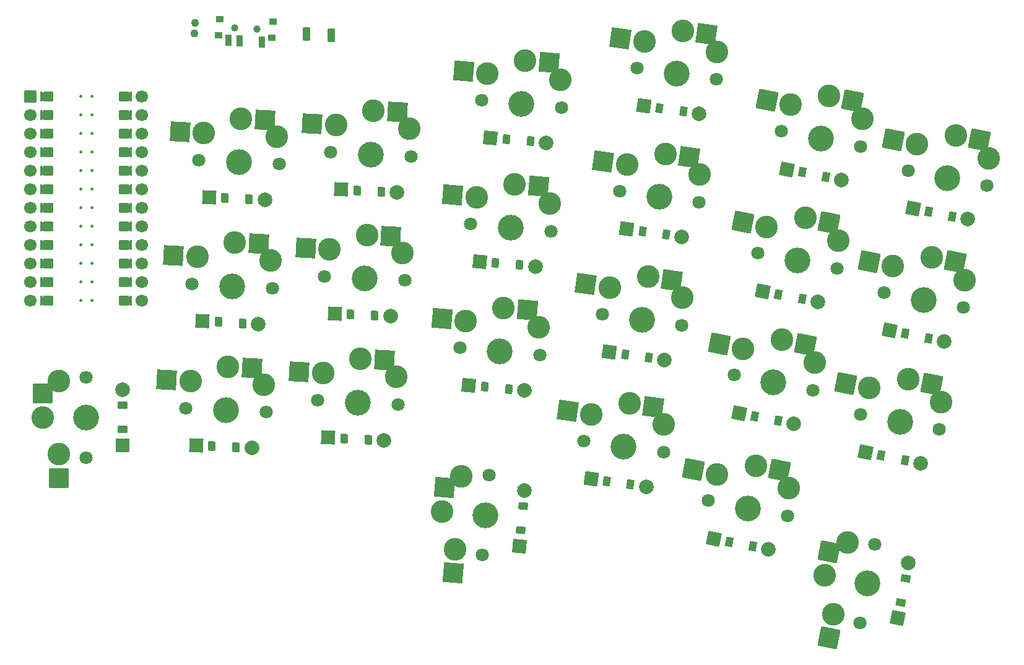
<source format=gbr>
%TF.GenerationSoftware,KiCad,Pcbnew,(6.0.9)*%
%TF.CreationDate,2022-11-07T09:36:57+01:00*%
%TF.ProjectId,itemun,6974656d-756e-42e6-9b69-6361645f7063,v1.0.0*%
%TF.SameCoordinates,Original*%
%TF.FileFunction,Soldermask,Top*%
%TF.FilePolarity,Negative*%
%FSLAX46Y46*%
G04 Gerber Fmt 4.6, Leading zero omitted, Abs format (unit mm)*
G04 Created by KiCad (PCBNEW (6.0.9)) date 2022-11-07 09:36:57*
%MOMM*%
%LPD*%
G01*
G04 APERTURE LIST*
G04 Aperture macros list*
%AMRoundRect*
0 Rectangle with rounded corners*
0 $1 Rounding radius*
0 $2 $3 $4 $5 $6 $7 $8 $9 X,Y pos of 4 corners*
0 Add a 4 corners polygon primitive as box body*
4,1,4,$2,$3,$4,$5,$6,$7,$8,$9,$2,$3,0*
0 Add four circle primitives for the rounded corners*
1,1,$1+$1,$2,$3*
1,1,$1+$1,$4,$5*
1,1,$1+$1,$6,$7*
1,1,$1+$1,$8,$9*
0 Add four rect primitives between the rounded corners*
20,1,$1+$1,$2,$3,$4,$5,0*
20,1,$1+$1,$4,$5,$6,$7,0*
20,1,$1+$1,$6,$7,$8,$9,0*
20,1,$1+$1,$8,$9,$2,$3,0*%
%AMFreePoly0*
4,1,14,0.635355,0.435355,0.650000,0.400000,0.650000,0.200000,0.635355,0.164645,0.035355,-0.435355,0.000000,-0.450000,-0.035355,-0.435355,-0.635355,0.164645,-0.650000,0.200000,-0.650000,0.400000,-0.635355,0.435355,-0.600000,0.450000,0.600000,0.450000,0.635355,0.435355,0.635355,0.435355,$1*%
%AMFreePoly1*
4,1,16,0.635355,1.035355,0.650000,1.000000,0.650000,-0.250000,0.635355,-0.285355,0.600000,-0.300000,-0.600000,-0.300000,-0.635355,-0.285355,-0.650000,-0.250000,-0.650000,1.000000,-0.635355,1.035355,-0.600000,1.050000,-0.564645,1.035355,0.000000,0.470710,0.564645,1.035355,0.600000,1.050000,0.635355,1.035355,0.635355,1.035355,$1*%
G04 Aperture macros list end*
%ADD10C,0.250000*%
%ADD11C,0.100000*%
%ADD12C,1.801800*%
%ADD13C,3.100000*%
%ADD14C,3.529000*%
%ADD15RoundRect,0.050000X-1.366255X-1.230182X1.230182X-1.366255X1.366255X1.230182X-1.230182X1.366255X0*%
%ADD16C,1.100000*%
%ADD17RoundRect,0.050000X-1.524167X-1.028064X1.028064X-1.524167X1.524167X1.028064X-1.028064X1.524167X0*%
%ADD18C,2.005000*%
%ADD19RoundRect,0.050000X0.503112X-0.556218X0.674840X0.327247X-0.503112X0.556218X-0.674840X-0.327247X0*%
%ADD20RoundRect,0.050000X0.703037X-1.042296X1.042296X0.703037X-0.703037X1.042296X-1.042296X-0.703037X0*%
%ADD21RoundRect,0.050000X1.300000X-1.300000X1.300000X1.300000X-1.300000X1.300000X-1.300000X-1.300000X0*%
%ADD22RoundRect,0.050000X-0.556218X-0.503112X0.327247X-0.674840X0.556218X0.503112X-0.327247X0.674840X0*%
%ADD23RoundRect,0.050000X-1.042296X-0.703037X0.703037X-1.042296X1.042296X0.703037X-0.703037X1.042296X0*%
%ADD24RoundRect,0.050000X-1.468274X-1.106423X1.106423X-1.468274X1.468274X1.106423X-1.106423X1.468274X0*%
%ADD25RoundRect,0.050000X-0.480785X-0.575627X0.417982X-0.622729X0.480785X0.575627X-0.417982X0.622729X0*%
%ADD26RoundRect,0.050000X-0.934308X-0.841255X0.841255X-0.934308X0.934308X0.841255X-0.841255X0.934308X0*%
%ADD27RoundRect,0.050000X1.028064X-1.524167X1.524167X1.028064X-1.028064X1.524167X-1.524167X-1.028064X0*%
%ADD28C,1.000000*%
%ADD29RoundRect,0.050000X-0.500000X-0.400000X0.500000X-0.400000X0.500000X0.400000X-0.500000X0.400000X0*%
%ADD30RoundRect,0.050000X-0.350000X-0.750000X0.350000X-0.750000X0.350000X0.750000X-0.350000X0.750000X0*%
%ADD31RoundRect,0.050000X-0.450000X-0.850000X0.450000X-0.850000X0.450000X0.850000X-0.450000X0.850000X0*%
%ADD32RoundRect,0.050000X-1.408356X-1.181751X1.181751X-1.408356X1.408356X1.181751X-1.181751X1.408356X0*%
%ADD33RoundRect,0.050000X-0.500581X-0.558497X0.395994X-0.636937X0.500581X0.558497X-0.395994X0.636937X0*%
%ADD34RoundRect,0.050000X-0.963099X-0.808136X0.808136X-0.963099X0.963099X0.808136X-0.808136X0.963099X0*%
%ADD35RoundRect,0.050000X1.181751X-1.408356X1.408356X1.181751X-1.181751X1.408356X-1.408356X-1.181751X0*%
%ADD36RoundRect,0.050000X-0.529124X-0.531533X0.362117X-0.656789X0.529124X0.531533X-0.362117X0.656789X0*%
%ADD37RoundRect,0.050000X-1.004073X-0.756623X0.756623X-1.004073X1.004073X0.756623X-0.756623X1.004073X0*%
%ADD38RoundRect,0.050000X0.558497X-0.500581X0.636937X0.395994X-0.558497X0.500581X-0.636937X-0.395994X0*%
%ADD39RoundRect,0.050000X0.808136X-0.963099X0.963099X0.808136X-0.808136X0.963099X-0.963099X-0.808136X0*%
%ADD40RoundRect,0.050000X0.600000X-0.450000X0.600000X0.450000X-0.600000X0.450000X-0.600000X-0.450000X0*%
%ADD41RoundRect,0.050000X0.889000X-0.889000X0.889000X0.889000X-0.889000X0.889000X-0.889000X-0.889000X0*%
%ADD42C,1.700000*%
%ADD43FreePoly0,270.000000*%
%ADD44FreePoly0,90.000000*%
%ADD45RoundRect,0.050000X-0.800000X0.800000X-0.800000X-0.800000X0.800000X-0.800000X0.800000X0.800000X0*%
%ADD46FreePoly1,270.000000*%
%ADD47FreePoly1,90.000000*%
G04 APERTURE END LIST*
D10*
%TO.C,MCU1*%
X18818505Y42998803D02*
G75*
G03*
X18818505Y42998803I-125000J0D01*
G01*
X18818505Y40458803D02*
G75*
G03*
X18818505Y40458803I-125000J0D01*
G01*
X18818505Y32838803D02*
G75*
G03*
X18818505Y32838803I-125000J0D01*
G01*
X17294505Y17598803D02*
G75*
G03*
X17294505Y17598803I-125000J0D01*
G01*
X18818505Y25218803D02*
G75*
G03*
X18818505Y25218803I-125000J0D01*
G01*
X17294505Y25218803D02*
G75*
G03*
X17294505Y25218803I-125000J0D01*
G01*
X18818505Y30298803D02*
G75*
G03*
X18818505Y30298803I-125000J0D01*
G01*
X17294505Y40458803D02*
G75*
G03*
X17294505Y40458803I-125000J0D01*
G01*
X18818505Y20138803D02*
G75*
G03*
X18818505Y20138803I-125000J0D01*
G01*
X17294505Y22678803D02*
G75*
G03*
X17294505Y22678803I-125000J0D01*
G01*
X17294505Y32838803D02*
G75*
G03*
X17294505Y32838803I-125000J0D01*
G01*
X17294505Y37918803D02*
G75*
G03*
X17294505Y37918803I-125000J0D01*
G01*
X18818505Y45538803D02*
G75*
G03*
X18818505Y45538803I-125000J0D01*
G01*
X17294505Y35378803D02*
G75*
G03*
X17294505Y35378803I-125000J0D01*
G01*
X17294505Y42998803D02*
G75*
G03*
X17294505Y42998803I-125000J0D01*
G01*
X17294505Y20138803D02*
G75*
G03*
X17294505Y20138803I-125000J0D01*
G01*
X18818505Y37918803D02*
G75*
G03*
X18818505Y37918803I-125000J0D01*
G01*
X17294505Y45538803D02*
G75*
G03*
X17294505Y45538803I-125000J0D01*
G01*
X18818505Y17598803D02*
G75*
G03*
X18818505Y17598803I-125000J0D01*
G01*
X18818505Y27758803D02*
G75*
G03*
X18818505Y27758803I-125000J0D01*
G01*
X18818505Y22678803D02*
G75*
G03*
X18818505Y22678803I-125000J0D01*
G01*
X17294505Y30298803D02*
G75*
G03*
X17294505Y30298803I-125000J0D01*
G01*
X17294505Y27758803D02*
G75*
G03*
X17294505Y27758803I-125000J0D01*
G01*
X18818505Y35378803D02*
G75*
G03*
X18818505Y35378803I-125000J0D01*
G01*
G36*
X12851505Y42490803D02*
G01*
X11835505Y42490803D01*
X11835505Y43506803D01*
X12851505Y43506803D01*
X12851505Y42490803D01*
G37*
D11*
X12851505Y42490803D02*
X11835505Y42490803D01*
X11835505Y43506803D01*
X12851505Y43506803D01*
X12851505Y42490803D01*
G36*
X12851505Y39950803D02*
G01*
X11835505Y39950803D01*
X11835505Y40966803D01*
X12851505Y40966803D01*
X12851505Y39950803D01*
G37*
X12851505Y39950803D02*
X11835505Y39950803D01*
X11835505Y40966803D01*
X12851505Y40966803D01*
X12851505Y39950803D01*
G36*
X12851505Y37410803D02*
G01*
X11835505Y37410803D01*
X11835505Y38426803D01*
X12851505Y38426803D01*
X12851505Y37410803D01*
G37*
X12851505Y37410803D02*
X11835505Y37410803D01*
X11835505Y38426803D01*
X12851505Y38426803D01*
X12851505Y37410803D01*
G36*
X24027505Y32330803D02*
G01*
X23011505Y32330803D01*
X23011505Y33346803D01*
X24027505Y33346803D01*
X24027505Y32330803D01*
G37*
X24027505Y32330803D02*
X23011505Y32330803D01*
X23011505Y33346803D01*
X24027505Y33346803D01*
X24027505Y32330803D01*
G36*
X24027505Y27250803D02*
G01*
X23011505Y27250803D01*
X23011505Y28266803D01*
X24027505Y28266803D01*
X24027505Y27250803D01*
G37*
X24027505Y27250803D02*
X23011505Y27250803D01*
X23011505Y28266803D01*
X24027505Y28266803D01*
X24027505Y27250803D01*
G36*
X12851505Y17090803D02*
G01*
X11835505Y17090803D01*
X11835505Y18106803D01*
X12851505Y18106803D01*
X12851505Y17090803D01*
G37*
X12851505Y17090803D02*
X11835505Y17090803D01*
X11835505Y18106803D01*
X12851505Y18106803D01*
X12851505Y17090803D01*
G36*
X24027505Y37410803D02*
G01*
X23011505Y37410803D01*
X23011505Y38426803D01*
X24027505Y38426803D01*
X24027505Y37410803D01*
G37*
X24027505Y37410803D02*
X23011505Y37410803D01*
X23011505Y38426803D01*
X24027505Y38426803D01*
X24027505Y37410803D01*
G36*
X12851505Y45030803D02*
G01*
X11835505Y45030803D01*
X11835505Y46046803D01*
X12851505Y46046803D01*
X12851505Y45030803D01*
G37*
X12851505Y45030803D02*
X11835505Y45030803D01*
X11835505Y46046803D01*
X12851505Y46046803D01*
X12851505Y45030803D01*
G36*
X12851505Y22170803D02*
G01*
X11835505Y22170803D01*
X11835505Y23186803D01*
X12851505Y23186803D01*
X12851505Y22170803D01*
G37*
X12851505Y22170803D02*
X11835505Y22170803D01*
X11835505Y23186803D01*
X12851505Y23186803D01*
X12851505Y22170803D01*
G36*
X12851505Y19630803D02*
G01*
X11835505Y19630803D01*
X11835505Y20646803D01*
X12851505Y20646803D01*
X12851505Y19630803D01*
G37*
X12851505Y19630803D02*
X11835505Y19630803D01*
X11835505Y20646803D01*
X12851505Y20646803D01*
X12851505Y19630803D01*
G36*
X24027505Y22170803D02*
G01*
X23011505Y22170803D01*
X23011505Y23186803D01*
X24027505Y23186803D01*
X24027505Y22170803D01*
G37*
X24027505Y22170803D02*
X23011505Y22170803D01*
X23011505Y23186803D01*
X24027505Y23186803D01*
X24027505Y22170803D01*
G36*
X12851505Y29790803D02*
G01*
X11835505Y29790803D01*
X11835505Y30806803D01*
X12851505Y30806803D01*
X12851505Y29790803D01*
G37*
X12851505Y29790803D02*
X11835505Y29790803D01*
X11835505Y30806803D01*
X12851505Y30806803D01*
X12851505Y29790803D01*
G36*
X12851505Y34870803D02*
G01*
X11835505Y34870803D01*
X11835505Y35886803D01*
X12851505Y35886803D01*
X12851505Y34870803D01*
G37*
X12851505Y34870803D02*
X11835505Y34870803D01*
X11835505Y35886803D01*
X12851505Y35886803D01*
X12851505Y34870803D01*
G36*
X24027505Y42490803D02*
G01*
X23011505Y42490803D01*
X23011505Y43506803D01*
X24027505Y43506803D01*
X24027505Y42490803D01*
G37*
X24027505Y42490803D02*
X23011505Y42490803D01*
X23011505Y43506803D01*
X24027505Y43506803D01*
X24027505Y42490803D01*
G36*
X12851505Y24710803D02*
G01*
X11835505Y24710803D01*
X11835505Y25726803D01*
X12851505Y25726803D01*
X12851505Y24710803D01*
G37*
X12851505Y24710803D02*
X11835505Y24710803D01*
X11835505Y25726803D01*
X12851505Y25726803D01*
X12851505Y24710803D01*
G36*
X24027505Y29790803D02*
G01*
X23011505Y29790803D01*
X23011505Y30806803D01*
X24027505Y30806803D01*
X24027505Y29790803D01*
G37*
X24027505Y29790803D02*
X23011505Y29790803D01*
X23011505Y30806803D01*
X24027505Y30806803D01*
X24027505Y29790803D01*
G36*
X24027505Y24710803D02*
G01*
X23011505Y24710803D01*
X23011505Y25726803D01*
X24027505Y25726803D01*
X24027505Y24710803D01*
G37*
X24027505Y24710803D02*
X23011505Y24710803D01*
X23011505Y25726803D01*
X24027505Y25726803D01*
X24027505Y24710803D01*
G36*
X24027505Y45030803D02*
G01*
X23011505Y45030803D01*
X23011505Y46046803D01*
X24027505Y46046803D01*
X24027505Y45030803D01*
G37*
X24027505Y45030803D02*
X23011505Y45030803D01*
X23011505Y46046803D01*
X24027505Y46046803D01*
X24027505Y45030803D01*
G36*
X24027505Y34870803D02*
G01*
X23011505Y34870803D01*
X23011505Y35886803D01*
X24027505Y35886803D01*
X24027505Y34870803D01*
G37*
X24027505Y34870803D02*
X23011505Y34870803D01*
X23011505Y35886803D01*
X24027505Y35886803D01*
X24027505Y34870803D01*
G36*
X24027505Y17090803D02*
G01*
X23011505Y17090803D01*
X23011505Y18106803D01*
X24027505Y18106803D01*
X24027505Y17090803D01*
G37*
X24027505Y17090803D02*
X23011505Y17090803D01*
X23011505Y18106803D01*
X24027505Y18106803D01*
X24027505Y17090803D01*
G36*
X12851505Y32330803D02*
G01*
X11835505Y32330803D01*
X11835505Y33346803D01*
X12851505Y33346803D01*
X12851505Y32330803D01*
G37*
X12851505Y32330803D02*
X11835505Y32330803D01*
X11835505Y33346803D01*
X12851505Y33346803D01*
X12851505Y32330803D01*
G36*
X24027505Y39950803D02*
G01*
X23011505Y39950803D01*
X23011505Y40966803D01*
X24027505Y40966803D01*
X24027505Y39950803D01*
G37*
X24027505Y39950803D02*
X23011505Y39950803D01*
X23011505Y40966803D01*
X24027505Y40966803D01*
X24027505Y39950803D01*
G36*
X12851505Y27250803D02*
G01*
X11835505Y27250803D01*
X11835505Y28266803D01*
X12851505Y28266803D01*
X12851505Y27250803D01*
G37*
X12851505Y27250803D02*
X11835505Y27250803D01*
X11835505Y28266803D01*
X12851505Y28266803D01*
X12851505Y27250803D01*
G36*
X24027505Y19630803D02*
G01*
X23011505Y19630803D01*
X23011505Y20646803D01*
X24027505Y20646803D01*
X24027505Y19630803D01*
G37*
X24027505Y19630803D02*
X23011505Y19630803D01*
X23011505Y20646803D01*
X24027505Y20646803D01*
X24027505Y19630803D01*
%TD*%
D12*
%TO.C,S3*%
X43392311Y19260533D03*
X32407387Y19836229D03*
D13*
X38211248Y25490227D03*
X33102961Y23554922D03*
X38211248Y25490227D03*
D14*
X37899849Y19548381D03*
D13*
X43089257Y23031562D03*
D15*
X41481760Y25318826D03*
X29832449Y23726322D03*
%TD*%
D16*
%TO.C,*%
X32701949Y54117795D03*
X32780453Y55615739D03*
%TD*%
D13*
%TO.C,S22*%
X109537104Y-5009540D03*
D12*
X113800740Y-11899671D03*
D14*
X108401790Y-10850222D03*
D12*
X103002840Y-9800773D03*
D13*
X104209188Y-6215075D03*
X114025460Y-8123165D03*
X109537104Y-5009540D03*
D17*
X112751933Y-5634440D03*
X100994359Y-5590176D03*
%TD*%
D13*
%TO.C,S4*%
X39100959Y42466930D03*
X43978968Y40008265D03*
D14*
X38789560Y36525084D03*
D12*
X44282022Y36237236D03*
D13*
X33992672Y40531625D03*
X39100959Y42466930D03*
D12*
X33297098Y36812932D03*
D15*
X42371471Y42295529D03*
X30722160Y40703025D03*
%TD*%
D18*
%TO.C,D23*%
X130370534Y-18370220D03*
D19*
X129328717Y-23729905D03*
D20*
X128916570Y-25850220D03*
D19*
X129958387Y-20490535D03*
%TD*%
D12*
%TO.C,S1*%
X17931505Y7068803D03*
D13*
X11981505Y1568803D03*
D12*
X17931505Y-3931197D03*
D13*
X14181505Y6568803D03*
D14*
X17931505Y1568803D03*
D13*
X11981505Y1568803D03*
X14181505Y-3431197D03*
D21*
X11981505Y4843803D03*
X14181505Y-6706197D03*
%TD*%
D12*
%TO.C,S5*%
X49597679Y3914739D03*
D14*
X55090141Y3626891D03*
D13*
X55401540Y9568737D03*
X55401540Y9568737D03*
X50293253Y7633432D03*
D12*
X60582603Y3339043D03*
D13*
X60279549Y7110072D03*
D15*
X58672052Y9397336D03*
X47022741Y7804832D03*
%TD*%
D18*
%TO.C,D16*%
X121186939Y34097063D03*
D22*
X115827254Y35138880D03*
D23*
X113706939Y35551027D03*
D22*
X119066624Y34509210D03*
%TD*%
D13*
%TO.C,S21*%
X96885243Y614142D03*
X92240084Y3488597D03*
X92240084Y3488597D03*
D14*
X91412004Y-2403498D03*
D12*
X96858478Y-3168950D03*
D13*
X86982563Y2005873D03*
D12*
X85965530Y-1638046D03*
D24*
X95483212Y3032805D03*
X83739435Y2461665D03*
%TD*%
D12*
%TO.C,S18*%
X127045953Y18696151D03*
D14*
X132444903Y17646702D03*
D12*
X137843853Y16597253D03*
D13*
X133580217Y23487384D03*
X133580217Y23487384D03*
X138068573Y20373759D03*
X128252301Y22281849D03*
D17*
X136795046Y22862484D03*
X125037472Y22906748D03*
%TD*%
D25*
%TO.C,D5*%
X53180722Y-1279903D03*
D18*
X58633240Y-1565657D03*
D25*
X56476200Y-1452611D03*
D26*
X51023682Y-1166857D03*
%TD*%
D13*
%TO.C,S23*%
X118894735Y-20020861D03*
D12*
X123685968Y-26555125D03*
D13*
X122008360Y-15532505D03*
X120100270Y-25348777D03*
D14*
X124735417Y-21156175D03*
D12*
X125784866Y-15757225D03*
D13*
X118894735Y-20020861D03*
D27*
X119519635Y-16806032D03*
X119475371Y-28563606D03*
%TD*%
D28*
%TO.C,*%
X41246822Y54751459D03*
D29*
X43451445Y55737429D03*
X36045787Y53912510D03*
X43335783Y53530458D03*
D28*
X38250934Y54908467D03*
X41246822Y54751459D03*
D29*
X36161450Y56119481D03*
D28*
X38250934Y54908467D03*
D30*
X41903683Y52954619D03*
X38907794Y53111627D03*
X37409850Y53190131D03*
%TD*%
D31*
%TO.C,*%
X48020233Y54066027D03*
X51415573Y53888085D03*
%TD*%
D18*
%TO.C,D2*%
X40553237Y-2620868D03*
D25*
X35100719Y-2335114D03*
X38396197Y-2507822D03*
D26*
X32943679Y-2222068D03*
%TD*%
D14*
%TO.C,S12*%
X96299367Y31777311D03*
D13*
X97127447Y37669406D03*
X91869926Y36186682D03*
D12*
X101745841Y31011859D03*
X90852893Y32542763D03*
D13*
X97127447Y37669406D03*
X101772606Y34794951D03*
D24*
X100370575Y37213614D03*
X88626798Y36642474D03*
%TD*%
D12*
%TO.C,S15*%
X109758281Y24093967D03*
X120556181Y21995069D03*
D13*
X110964629Y27679665D03*
X120780901Y25771575D03*
D14*
X115157231Y23044518D03*
D13*
X116292545Y28885200D03*
X116292545Y28885200D03*
D17*
X119507374Y28260300D03*
X107749800Y28304564D03*
%TD*%
D25*
%TO.C,D3*%
X35990430Y14641588D03*
D18*
X41442948Y14355834D03*
D25*
X39285908Y14468880D03*
D26*
X33833390Y14754634D03*
%TD*%
D14*
%TO.C,S10*%
X77446085Y44492164D03*
D12*
X82925156Y44012807D03*
D13*
X77964662Y50419522D03*
X77964662Y50419522D03*
X82753893Y47792115D03*
X72791946Y48663673D03*
D12*
X71967014Y44971521D03*
D32*
X81227199Y50134087D03*
X69529408Y48949108D03*
%TD*%
D25*
%TO.C,D7*%
X54960145Y32673502D03*
D18*
X60412663Y32387748D03*
D26*
X52803105Y32786548D03*
D25*
X58255623Y32500794D03*
%TD*%
D18*
%TO.C,D9*%
X79324161Y22243818D03*
D33*
X73884938Y22719688D03*
X77172380Y22432074D03*
D34*
X71733157Y22907944D03*
%TD*%
D14*
%TO.C,S16*%
X118400984Y39732180D03*
D13*
X114208382Y44367327D03*
X124024654Y42459237D03*
D12*
X113002034Y40781629D03*
X123799934Y38682731D03*
D13*
X119536298Y45572862D03*
X119536298Y45572862D03*
D17*
X122751127Y44947962D03*
X110993553Y44992226D03*
%TD*%
D13*
%TO.C,S6*%
X56291252Y26545439D03*
X51182965Y24610134D03*
X61169261Y24086774D03*
X56291252Y26545439D03*
D12*
X61472315Y20315745D03*
X50487391Y20891441D03*
D14*
X55979853Y20603593D03*
D15*
X59561764Y26374038D03*
X47912453Y24781534D03*
%TD*%
D12*
%TO.C,S7*%
X51377102Y37868143D03*
D13*
X57180963Y43522141D03*
X52072676Y41586836D03*
X62058972Y41063476D03*
X57180963Y43522141D03*
D14*
X56869564Y37580295D03*
D12*
X62362026Y37292447D03*
D15*
X60451475Y43350740D03*
X48802164Y41758236D03*
%TD*%
D25*
%TO.C,D4*%
X36880141Y31618290D03*
D18*
X42332659Y31332536D03*
D25*
X40175619Y31445582D03*
D26*
X34723101Y31731336D03*
%TD*%
D13*
%TO.C,S20*%
X66594428Y-11274260D03*
D12*
X72042429Y-17271908D03*
D14*
X72521786Y-11792837D03*
D12*
X73001143Y-6313766D03*
D13*
X69221835Y-6485029D03*
X68350277Y-16446976D03*
X66594428Y-11274260D03*
D35*
X66879863Y-8011723D03*
X68064842Y-19709514D03*
%TD*%
D18*
%TO.C,D18*%
X135230858Y12011584D03*
D22*
X129871173Y13053401D03*
X133110543Y12423731D03*
D23*
X127750858Y13465548D03*
%TD*%
D14*
%TO.C,S17*%
X129201150Y959040D03*
D12*
X134600100Y-90409D03*
D13*
X130336464Y6799722D03*
X130336464Y6799722D03*
X125008548Y5594187D03*
X134824820Y3686097D03*
D12*
X123802200Y2008489D03*
D17*
X133551293Y6174822D03*
X121793719Y6219086D03*
%TD*%
D36*
%TO.C,D21*%
X89082196Y-7125202D03*
D18*
X94489059Y-7885088D03*
D37*
X86943217Y-6824588D03*
D36*
X92350080Y-7584474D03*
%TD*%
D33*
%TO.C,D8*%
X72403290Y5784378D03*
D18*
X77842513Y5308508D03*
D33*
X75690732Y5496764D03*
D34*
X70251509Y5972634D03*
%TD*%
D18*
%TO.C,D13*%
X101742365Y43130277D03*
D36*
X96335502Y43890163D03*
D37*
X94196523Y44190777D03*
D36*
X99603386Y43430891D03*
%TD*%
D18*
%TO.C,D22*%
X111187745Y-16485340D03*
D22*
X105828060Y-15443523D03*
D23*
X103707745Y-15031376D03*
D22*
X109067430Y-16073193D03*
%TD*%
D18*
%TO.C,D11*%
X97010479Y9461163D03*
D36*
X91603616Y10221049D03*
X94871500Y9761777D03*
D37*
X89464637Y10521663D03*
%TD*%
D18*
%TO.C,D19*%
X138474611Y28699246D03*
D22*
X133114926Y29741063D03*
X136354296Y29111393D03*
D23*
X130994611Y30153210D03*
%TD*%
D38*
%TO.C,D20*%
X77358952Y-13872336D03*
D18*
X77834822Y-8433113D03*
D38*
X77646566Y-10584894D03*
D39*
X77170696Y-16024117D03*
%TD*%
D12*
%TO.C,S19*%
X130289706Y35383813D03*
D14*
X135688656Y34334364D03*
D13*
X136823970Y40175046D03*
X136823970Y40175046D03*
X131496054Y38969511D03*
D12*
X141087606Y33284915D03*
D13*
X141312326Y37061421D03*
D17*
X140038799Y39550146D03*
X128281225Y39594410D03*
%TD*%
D18*
%TO.C,D12*%
X99376422Y26295720D03*
D36*
X93969559Y27055606D03*
D37*
X91830580Y27356220D03*
D36*
X97237443Y26596334D03*
%TD*%
D18*
%TO.C,D1*%
X22931505Y5378803D03*
D40*
X22931505Y-81197D03*
D41*
X22931505Y-2241197D03*
D40*
X22931505Y3218803D03*
%TD*%
D13*
%TO.C,S11*%
X94761504Y20834848D03*
D12*
X99379898Y14177301D03*
D13*
X94761504Y20834848D03*
D14*
X93933424Y14942753D03*
D13*
X89503983Y19352124D03*
D12*
X88486950Y15708205D03*
D13*
X99406663Y17960393D03*
D24*
X98004632Y20379056D03*
X86260855Y19807916D03*
%TD*%
D22*
%TO.C,D15*%
X112583501Y18451217D03*
D18*
X117943186Y17409400D03*
D23*
X110463186Y18863364D03*
D22*
X115822871Y17821547D03*
%TD*%
D13*
%TO.C,S14*%
X113048793Y12197538D03*
X117537149Y9083913D03*
X113048793Y12197538D03*
D12*
X117312429Y5307407D03*
X106514529Y7406305D03*
D13*
X107720877Y10992003D03*
D14*
X111913479Y6356856D03*
D17*
X116263622Y11572638D03*
X104506048Y11616902D03*
%TD*%
D13*
%TO.C,S9*%
X76483015Y33484212D03*
X76483015Y33484212D03*
D12*
X81443509Y27077497D03*
D14*
X75964438Y27556854D03*
D13*
X71310299Y31728363D03*
D12*
X70485367Y28036211D03*
D13*
X81272246Y30856805D03*
D32*
X79745552Y33198777D03*
X68047761Y32013798D03*
%TD*%
D25*
%TO.C,D6*%
X54070434Y15696800D03*
D18*
X59522952Y15411046D03*
D26*
X51913394Y15809846D03*
D25*
X57365912Y15524092D03*
%TD*%
D13*
%TO.C,S8*%
X75001367Y16548902D03*
D12*
X79961861Y10142187D03*
D13*
X75001367Y16548902D03*
D14*
X74482790Y10621544D03*
D13*
X69828651Y14793053D03*
D12*
X69003719Y11100901D03*
D13*
X79790598Y13921495D03*
D32*
X78263904Y16263467D03*
X66566113Y15078488D03*
%TD*%
D42*
%TO.C,MCU1*%
X25551505Y17598803D03*
D43*
X23773505Y35378803D03*
D44*
X12089505Y22678803D03*
X12089505Y20138803D03*
X12089505Y35378803D03*
D43*
X23773505Y32838803D03*
D44*
X12089505Y30298803D03*
D42*
X25551505Y45538803D03*
X10311505Y27758803D03*
X25551505Y27758803D03*
D43*
X23773505Y20138803D03*
D42*
X25551505Y37918803D03*
D43*
X23773505Y40458803D03*
X23773505Y42998803D03*
D45*
X10311505Y45538803D03*
D42*
X25551505Y40458803D03*
D43*
X23773505Y37918803D03*
D42*
X10311505Y25218803D03*
X25551505Y22678803D03*
X25551505Y42998803D03*
D43*
X23773505Y45538803D03*
D44*
X12089505Y45538803D03*
D43*
X23773505Y25218803D03*
D42*
X10311505Y45538803D03*
D44*
X12089505Y42998803D03*
D42*
X10311505Y17598803D03*
X25551505Y35378803D03*
D43*
X23773505Y22678803D03*
D42*
X10311505Y35378803D03*
X10311505Y20138803D03*
X25551505Y30298803D03*
X25551505Y25218803D03*
D43*
X23773505Y17598803D03*
D42*
X10311505Y42998803D03*
X10311505Y40458803D03*
X25551505Y20138803D03*
D43*
X23773505Y30298803D03*
D44*
X12089505Y17598803D03*
X12089505Y40458803D03*
X12089505Y27758803D03*
D42*
X25551505Y32838803D03*
X10311505Y37918803D03*
X10311505Y30298803D03*
X10311505Y22678803D03*
D44*
X12089505Y37918803D03*
X12089505Y25218803D03*
D43*
X23773505Y27758803D03*
D42*
X10311505Y32838803D03*
D44*
X12089505Y32838803D03*
D46*
X22757505Y45538803D03*
X22757505Y42998803D03*
X22757505Y40458803D03*
X22757505Y37918803D03*
X22757505Y35378803D03*
X22757505Y32838803D03*
X22757505Y30298803D03*
X22757505Y27758803D03*
X22757505Y25218803D03*
X22757505Y22678803D03*
X22757505Y20138803D03*
X22757505Y17598803D03*
D47*
X13105505Y17598803D03*
X13105505Y20138803D03*
X13105505Y22678803D03*
X13105505Y25218803D03*
X13105505Y27758803D03*
X13105505Y30298803D03*
X13105505Y32838803D03*
X13105505Y35378803D03*
X13105505Y37918803D03*
X13105505Y40458803D03*
X13105505Y42998803D03*
X13105505Y45538803D03*
%TD*%
D13*
%TO.C,S13*%
X94235868Y53021239D03*
X99493389Y54503963D03*
D12*
X104111783Y47846416D03*
X93218835Y49377320D03*
D13*
X99493389Y54503963D03*
D14*
X98665309Y48611868D03*
D13*
X104138548Y51629508D03*
D24*
X102736517Y54048171D03*
X90992740Y53477031D03*
%TD*%
D18*
%TO.C,D14*%
X114699434Y721738D03*
D22*
X109339749Y1763555D03*
X112579119Y1133885D03*
D23*
X107219434Y2175702D03*
%TD*%
D12*
%TO.C,S2*%
X42502600Y2283831D03*
D13*
X37321537Y8513525D03*
X37321537Y8513525D03*
X42199546Y6054860D03*
D12*
X31517676Y2859527D03*
D14*
X37010138Y2571679D03*
D13*
X32213250Y6578220D03*
D15*
X40592049Y8342124D03*
X28942738Y6749620D03*
%TD*%
D33*
%TO.C,D10*%
X75366586Y39654998D03*
D18*
X80805809Y39179128D03*
D34*
X73214805Y39843254D03*
D33*
X78654028Y39367384D03*
%TD*%
D18*
%TO.C,D17*%
X131987105Y-4676078D03*
D22*
X126627420Y-3634261D03*
D23*
X124507105Y-3222114D03*
D22*
X129866790Y-4263931D03*
%TD*%
M02*

</source>
